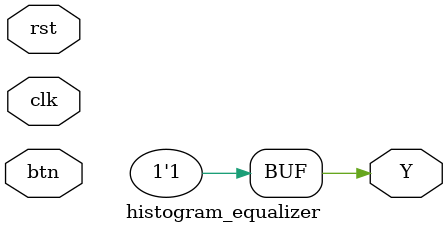
<source format=sv>
/*

Top module para el ecualizador de histogramas

*/
module histogram_equalizer(clk, rst, btn, Y);

	input  logic clk;
	input  logic rst;
	input  logic btn;
	output logic   Y;

	logic enable;
	logic eclk;

	wire [31:0] instruction;
	wire [31:0]   read_data;
	
	wire [31:0] 		 pc;
	wire		  mem_write;
	wire [31:0]  alu_result;
	wire [31:0]  write_data;

	always @ (negedge btn) begin

		if (~btn)
			enable = 1;
		else
			enable = 0;

	end

	assign eclk = clk & enable;


	processor arm (.clk(eclk),
				   .rst(rst),
				   .instruction(instruction),
				   .read_data(read_data),
				   .pc(pc),
				   .mem_write(mem_write),
				   .alu_result(alu_result),
				   .write_data(write_data));

	// mux ();

	// memoria_rom (alu_result, );

	// memoria_ram_pro (alu_result, );

	// memoria_ram_vga (alu_result, );

	assign Y = 1;

endmodule
</source>
